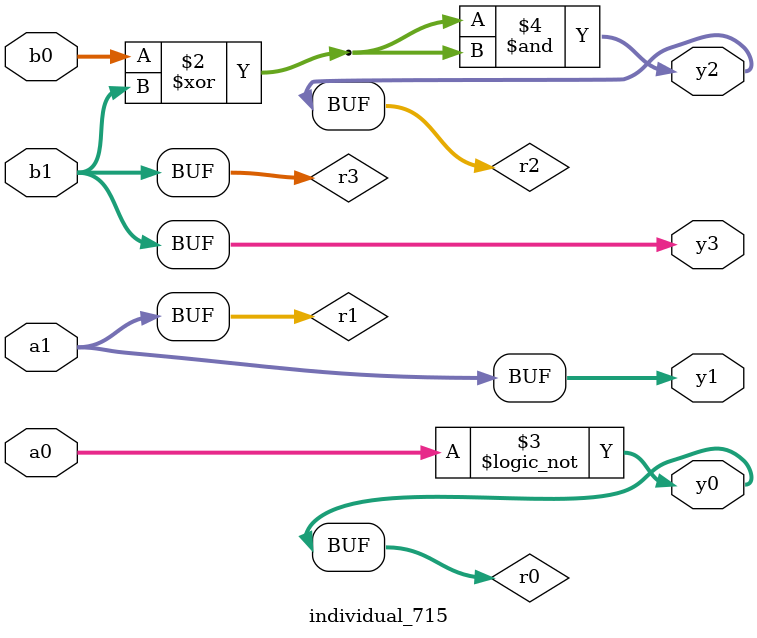
<source format=sv>
module individual_715(input logic [15:0] a1, input logic [15:0] a0, input logic [15:0] b1, input logic [15:0] b0, output logic [15:0] y3, output logic [15:0] y2, output logic [15:0] y1, output logic [15:0] y0);
logic [15:0] r0, r1, r2, r3; 
 always@(*) begin 
	 r0 = a0; r1 = a1; r2 = b0; r3 = b1; 
 	 r2  ^=  r3 ;
 	 r0 = ! r0 ;
 	 r2  &=  r2 ;
 	 y3 = r3; y2 = r2; y1 = r1; y0 = r0; 
end
endmodule
</source>
